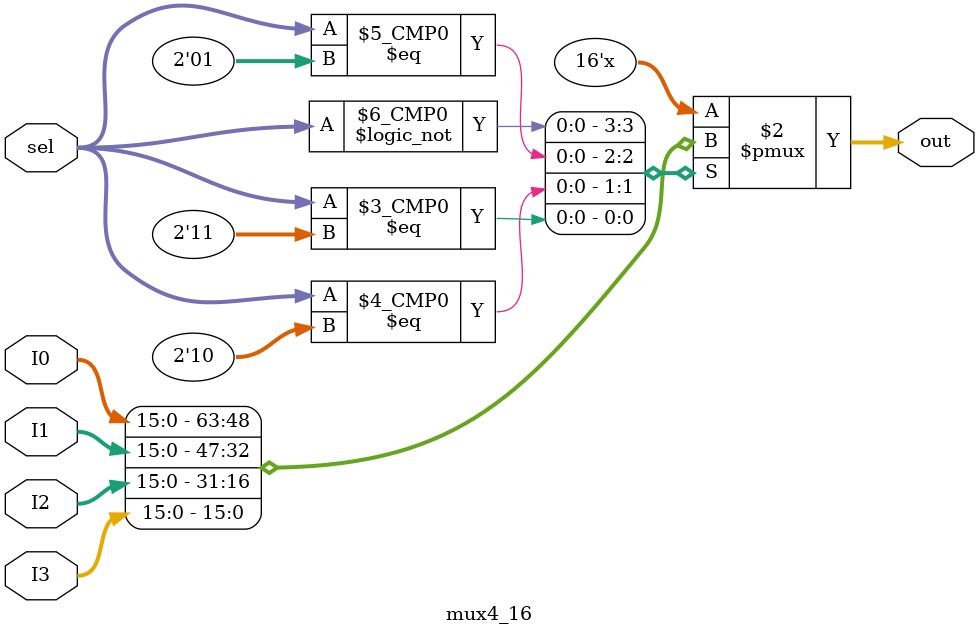
<source format=v>
`timescale 1ns / 1ps

//16-bit 4to1 mux
module mux4_16 (I0,I1,I2,I3,sel,out);

 input [15:0]I0,I1,I2,I3;
 input [1:0]sel;
 output reg [15:0]out;

    always @(*) 
        begin
            case (sel)
                2'b00: out = I0;
                2'b01: out = I1;
                2'b10: out = I2;
                2'b11: out = I3;
                default: out = I0;
            endcase
        end
endmodule

</source>
